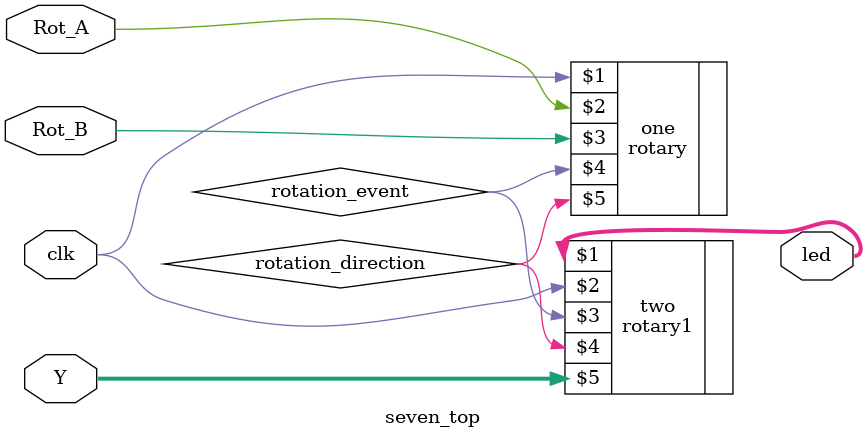
<source format=v>
`timescale 1ns / 1ps
module seven_top(clk,Rot_A,Rot_B,led,Y);
input clk,Rot_A,Rot_B;
input [3:0]Y;
output [7:0] led;
wire [7:0]led;
wire rotation_event,rotation_direction;
rotary one(clk, Rot_A, Rot_B, rotation_event, rotation_direction);
rotary1 two(led,clk, rotation_event, rotation_direction,Y);
endmodule

</source>
